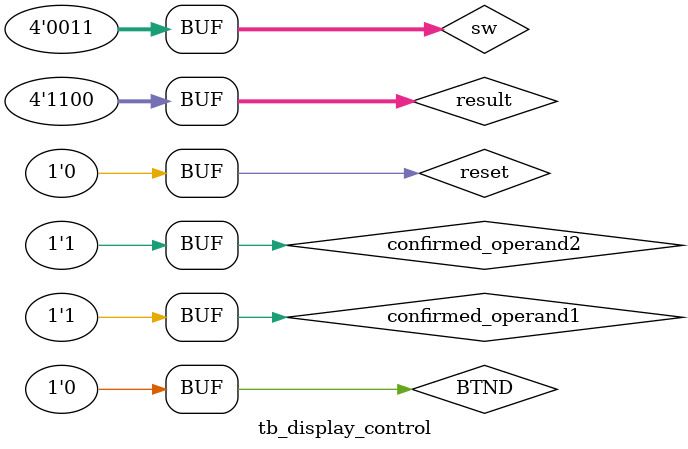
<source format=sv>
module tb_display_control;

    // Inputs
    reg BTND;
    reg reset;
    reg confirmed_operand1;
    reg confirmed_operand2;
    reg [3:0] sw;
    reg [3:0] result;

    // Outputs
    wire [6:0] seg;
    wire [3:0] an;
    wire mode;

    // Instantiate the display control
    display_control uut (
        .BTND(BTND),
        .reset(reset),
        .confirmed_operand1(confirmed_operand1),
        .confirmed_operand2(confirmed_operand2),
        .sw(sw),
        .result(result),
        .seg(seg),
        .an(an),
        .mode(mode)
    );

    initial begin
        // Initialize inputs
        BTND = 0;
        reset = 0;
        confirmed_operand1 = 0;
        confirmed_operand2 = 0;
        sw = 4'b0000;
        result = 4'b0000;

        // Test displaying operand 1
        #10 sw = 4'b1010;  // Operand 1 = 10 (decimal)
        confirmed_operand1 = 0;
        confirmed_operand2 = 0;
        #10;

        // Confirm operand 1
        confirmed_operand1 = 1;
        #10;

        // Test displaying operand 2
        sw = 4'b0011;  // Operand 2 = 3 (decimal)
        confirmed_operand2 = 0;
        #10;

        // Confirm operand 2
        confirmed_operand2 = 1;
        #10;

        // Test displaying result
        result = 4'b1100;  // Result = 12
        #10;

        // Switch display mode (decimal/hexadecimal)
        #10 BTND = 1; #5 BTND = 0;  // Toggle display mode
        #10;

        // Test reset
        reset = 1;
        #10 reset = 0;
        #10;
    end

endmodule

</source>
